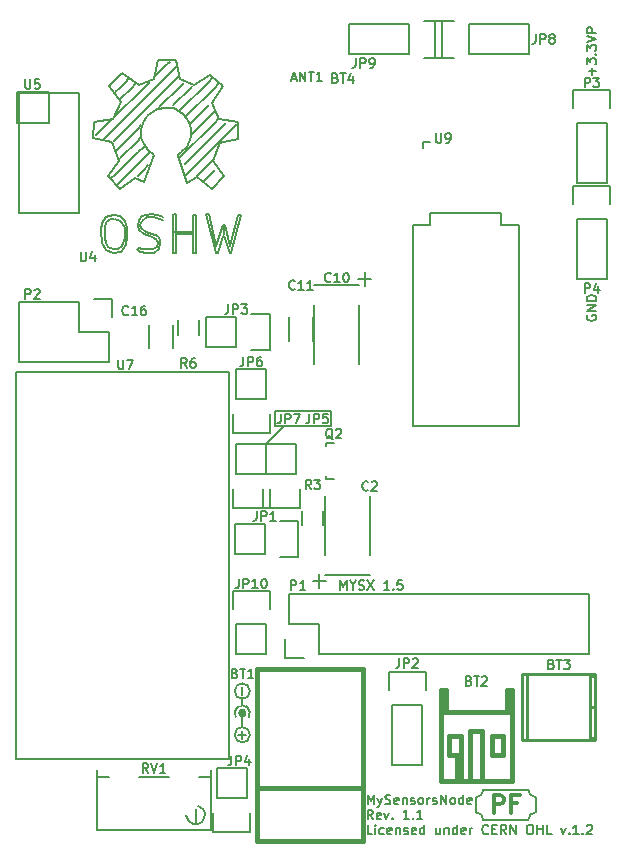
<source format=gbr>
G04 #@! TF.FileFunction,Legend,Top*
%FSLAX46Y46*%
G04 Gerber Fmt 4.6, Leading zero omitted, Abs format (unit mm)*
G04 Created by KiCad (PCBNEW 0.201509101502+6177~30~ubuntu14.04.1-product) date Sat 12 Sep 2015 09:47:26 PM CEST*
%MOMM*%
G01*
G04 APERTURE LIST*
%ADD10C,0.100000*%
%ADD11C,0.150000*%
%ADD12C,0.160000*%
%ADD13C,0.200000*%
%ADD14C,0.300000*%
%ADD15C,0.254000*%
%ADD16C,0.381000*%
G04 APERTURE END LIST*
D10*
D11*
X21590000Y-36195000D02*
X23114000Y-34671000D01*
X27051000Y-33401000D02*
X22352000Y-33401000D01*
X27051000Y-34671000D02*
X27051000Y-33401000D01*
X22352000Y-34671000D02*
X27051000Y-34671000D01*
X22352000Y-33401000D02*
X22352000Y-34671000D01*
D12*
X48749000Y-25247523D02*
X48710905Y-25323714D01*
X48710905Y-25437999D01*
X48749000Y-25552285D01*
X48825190Y-25628476D01*
X48901381Y-25666571D01*
X49053762Y-25704666D01*
X49168048Y-25704666D01*
X49320429Y-25666571D01*
X49396619Y-25628476D01*
X49472810Y-25552285D01*
X49510905Y-25437999D01*
X49510905Y-25361809D01*
X49472810Y-25247523D01*
X49434714Y-25209428D01*
X49168048Y-25209428D01*
X49168048Y-25361809D01*
X49510905Y-24866571D02*
X48710905Y-24866571D01*
X49510905Y-24409428D01*
X48710905Y-24409428D01*
X49510905Y-24028476D02*
X48710905Y-24028476D01*
X48710905Y-23838000D01*
X48749000Y-23723714D01*
X48825190Y-23647523D01*
X48901381Y-23609428D01*
X49053762Y-23571333D01*
X49168048Y-23571333D01*
X49320429Y-23609428D01*
X49396619Y-23647523D01*
X49472810Y-23723714D01*
X49510905Y-23838000D01*
X49510905Y-24028476D01*
X49206143Y-4921000D02*
X49206143Y-4311476D01*
X49510905Y-4616238D02*
X48901381Y-4616238D01*
X48710905Y-4006714D02*
X48710905Y-3511476D01*
X49015667Y-3778143D01*
X49015667Y-3663857D01*
X49053762Y-3587667D01*
X49091857Y-3549571D01*
X49168048Y-3511476D01*
X49358524Y-3511476D01*
X49434714Y-3549571D01*
X49472810Y-3587667D01*
X49510905Y-3663857D01*
X49510905Y-3892429D01*
X49472810Y-3968619D01*
X49434714Y-4006714D01*
X49434714Y-3168619D02*
X49472810Y-3130524D01*
X49510905Y-3168619D01*
X49472810Y-3206714D01*
X49434714Y-3168619D01*
X49510905Y-3168619D01*
X48710905Y-2863857D02*
X48710905Y-2368619D01*
X49015667Y-2635286D01*
X49015667Y-2521000D01*
X49053762Y-2444810D01*
X49091857Y-2406714D01*
X49168048Y-2368619D01*
X49358524Y-2368619D01*
X49434714Y-2406714D01*
X49472810Y-2444810D01*
X49510905Y-2521000D01*
X49510905Y-2749572D01*
X49472810Y-2825762D01*
X49434714Y-2863857D01*
X48710905Y-2140048D02*
X49510905Y-1873381D01*
X48710905Y-1606714D01*
X49510905Y-1340048D02*
X48710905Y-1340048D01*
X48710905Y-1035286D01*
X48749000Y-959095D01*
X48787095Y-921000D01*
X48863286Y-882905D01*
X48977571Y-882905D01*
X49053762Y-921000D01*
X49091857Y-959095D01*
X49129952Y-1035286D01*
X49129952Y-1340048D01*
X30162476Y-66645905D02*
X30162476Y-65845905D01*
X30429143Y-66417333D01*
X30695810Y-65845905D01*
X30695810Y-66645905D01*
X31000572Y-66112571D02*
X31191048Y-66645905D01*
X31381524Y-66112571D02*
X31191048Y-66645905D01*
X31114857Y-66836381D01*
X31076762Y-66874476D01*
X31000572Y-66912571D01*
X31648191Y-66607810D02*
X31762477Y-66645905D01*
X31952953Y-66645905D01*
X32029143Y-66607810D01*
X32067239Y-66569714D01*
X32105334Y-66493524D01*
X32105334Y-66417333D01*
X32067239Y-66341143D01*
X32029143Y-66303048D01*
X31952953Y-66264952D01*
X31800572Y-66226857D01*
X31724381Y-66188762D01*
X31686286Y-66150667D01*
X31648191Y-66074476D01*
X31648191Y-65998286D01*
X31686286Y-65922095D01*
X31724381Y-65884000D01*
X31800572Y-65845905D01*
X31991048Y-65845905D01*
X32105334Y-65884000D01*
X32752953Y-66607810D02*
X32676763Y-66645905D01*
X32524382Y-66645905D01*
X32448191Y-66607810D01*
X32410096Y-66531619D01*
X32410096Y-66226857D01*
X32448191Y-66150667D01*
X32524382Y-66112571D01*
X32676763Y-66112571D01*
X32752953Y-66150667D01*
X32791048Y-66226857D01*
X32791048Y-66303048D01*
X32410096Y-66379238D01*
X33133905Y-66112571D02*
X33133905Y-66645905D01*
X33133905Y-66188762D02*
X33172000Y-66150667D01*
X33248191Y-66112571D01*
X33362477Y-66112571D01*
X33438667Y-66150667D01*
X33476762Y-66226857D01*
X33476762Y-66645905D01*
X33819620Y-66607810D02*
X33895810Y-66645905D01*
X34048191Y-66645905D01*
X34124382Y-66607810D01*
X34162477Y-66531619D01*
X34162477Y-66493524D01*
X34124382Y-66417333D01*
X34048191Y-66379238D01*
X33933906Y-66379238D01*
X33857715Y-66341143D01*
X33819620Y-66264952D01*
X33819620Y-66226857D01*
X33857715Y-66150667D01*
X33933906Y-66112571D01*
X34048191Y-66112571D01*
X34124382Y-66150667D01*
X34619620Y-66645905D02*
X34543429Y-66607810D01*
X34505334Y-66569714D01*
X34467239Y-66493524D01*
X34467239Y-66264952D01*
X34505334Y-66188762D01*
X34543429Y-66150667D01*
X34619620Y-66112571D01*
X34733906Y-66112571D01*
X34810096Y-66150667D01*
X34848191Y-66188762D01*
X34886287Y-66264952D01*
X34886287Y-66493524D01*
X34848191Y-66569714D01*
X34810096Y-66607810D01*
X34733906Y-66645905D01*
X34619620Y-66645905D01*
X35229144Y-66645905D02*
X35229144Y-66112571D01*
X35229144Y-66264952D02*
X35267239Y-66188762D01*
X35305335Y-66150667D01*
X35381525Y-66112571D01*
X35457716Y-66112571D01*
X35686287Y-66607810D02*
X35762477Y-66645905D01*
X35914858Y-66645905D01*
X35991049Y-66607810D01*
X36029144Y-66531619D01*
X36029144Y-66493524D01*
X35991049Y-66417333D01*
X35914858Y-66379238D01*
X35800573Y-66379238D01*
X35724382Y-66341143D01*
X35686287Y-66264952D01*
X35686287Y-66226857D01*
X35724382Y-66150667D01*
X35800573Y-66112571D01*
X35914858Y-66112571D01*
X35991049Y-66150667D01*
X36372001Y-66645905D02*
X36372001Y-65845905D01*
X36829144Y-66645905D01*
X36829144Y-65845905D01*
X37324382Y-66645905D02*
X37248191Y-66607810D01*
X37210096Y-66569714D01*
X37172001Y-66493524D01*
X37172001Y-66264952D01*
X37210096Y-66188762D01*
X37248191Y-66150667D01*
X37324382Y-66112571D01*
X37438668Y-66112571D01*
X37514858Y-66150667D01*
X37552953Y-66188762D01*
X37591049Y-66264952D01*
X37591049Y-66493524D01*
X37552953Y-66569714D01*
X37514858Y-66607810D01*
X37438668Y-66645905D01*
X37324382Y-66645905D01*
X38276763Y-66645905D02*
X38276763Y-65845905D01*
X38276763Y-66607810D02*
X38200573Y-66645905D01*
X38048192Y-66645905D01*
X37972001Y-66607810D01*
X37933906Y-66569714D01*
X37895811Y-66493524D01*
X37895811Y-66264952D01*
X37933906Y-66188762D01*
X37972001Y-66150667D01*
X38048192Y-66112571D01*
X38200573Y-66112571D01*
X38276763Y-66150667D01*
X38962478Y-66607810D02*
X38886288Y-66645905D01*
X38733907Y-66645905D01*
X38657716Y-66607810D01*
X38619621Y-66531619D01*
X38619621Y-66226857D01*
X38657716Y-66150667D01*
X38733907Y-66112571D01*
X38886288Y-66112571D01*
X38962478Y-66150667D01*
X39000573Y-66226857D01*
X39000573Y-66303048D01*
X38619621Y-66379238D01*
X30619619Y-67925905D02*
X30352952Y-67544952D01*
X30162476Y-67925905D02*
X30162476Y-67125905D01*
X30467238Y-67125905D01*
X30543429Y-67164000D01*
X30581524Y-67202095D01*
X30619619Y-67278286D01*
X30619619Y-67392571D01*
X30581524Y-67468762D01*
X30543429Y-67506857D01*
X30467238Y-67544952D01*
X30162476Y-67544952D01*
X31267238Y-67887810D02*
X31191048Y-67925905D01*
X31038667Y-67925905D01*
X30962476Y-67887810D01*
X30924381Y-67811619D01*
X30924381Y-67506857D01*
X30962476Y-67430667D01*
X31038667Y-67392571D01*
X31191048Y-67392571D01*
X31267238Y-67430667D01*
X31305333Y-67506857D01*
X31305333Y-67583048D01*
X30924381Y-67659238D01*
X31572000Y-67392571D02*
X31762476Y-67925905D01*
X31952952Y-67392571D01*
X32257714Y-67849714D02*
X32295809Y-67887810D01*
X32257714Y-67925905D01*
X32219619Y-67887810D01*
X32257714Y-67849714D01*
X32257714Y-67925905D01*
X33667238Y-67925905D02*
X33210095Y-67925905D01*
X33438666Y-67925905D02*
X33438666Y-67125905D01*
X33362476Y-67240190D01*
X33286285Y-67316381D01*
X33210095Y-67354476D01*
X34010095Y-67849714D02*
X34048190Y-67887810D01*
X34010095Y-67925905D01*
X33972000Y-67887810D01*
X34010095Y-67849714D01*
X34010095Y-67925905D01*
X34810095Y-67925905D02*
X34352952Y-67925905D01*
X34581523Y-67925905D02*
X34581523Y-67125905D01*
X34505333Y-67240190D01*
X34429142Y-67316381D01*
X34352952Y-67354476D01*
X30543429Y-69205905D02*
X30162476Y-69205905D01*
X30162476Y-68405905D01*
X30810095Y-69205905D02*
X30810095Y-68672571D01*
X30810095Y-68405905D02*
X30772000Y-68444000D01*
X30810095Y-68482095D01*
X30848190Y-68444000D01*
X30810095Y-68405905D01*
X30810095Y-68482095D01*
X31533904Y-69167810D02*
X31457714Y-69205905D01*
X31305333Y-69205905D01*
X31229142Y-69167810D01*
X31191047Y-69129714D01*
X31152952Y-69053524D01*
X31152952Y-68824952D01*
X31191047Y-68748762D01*
X31229142Y-68710667D01*
X31305333Y-68672571D01*
X31457714Y-68672571D01*
X31533904Y-68710667D01*
X32181523Y-69167810D02*
X32105333Y-69205905D01*
X31952952Y-69205905D01*
X31876761Y-69167810D01*
X31838666Y-69091619D01*
X31838666Y-68786857D01*
X31876761Y-68710667D01*
X31952952Y-68672571D01*
X32105333Y-68672571D01*
X32181523Y-68710667D01*
X32219618Y-68786857D01*
X32219618Y-68863048D01*
X31838666Y-68939238D01*
X32562475Y-68672571D02*
X32562475Y-69205905D01*
X32562475Y-68748762D02*
X32600570Y-68710667D01*
X32676761Y-68672571D01*
X32791047Y-68672571D01*
X32867237Y-68710667D01*
X32905332Y-68786857D01*
X32905332Y-69205905D01*
X33248190Y-69167810D02*
X33324380Y-69205905D01*
X33476761Y-69205905D01*
X33552952Y-69167810D01*
X33591047Y-69091619D01*
X33591047Y-69053524D01*
X33552952Y-68977333D01*
X33476761Y-68939238D01*
X33362476Y-68939238D01*
X33286285Y-68901143D01*
X33248190Y-68824952D01*
X33248190Y-68786857D01*
X33286285Y-68710667D01*
X33362476Y-68672571D01*
X33476761Y-68672571D01*
X33552952Y-68710667D01*
X34238666Y-69167810D02*
X34162476Y-69205905D01*
X34010095Y-69205905D01*
X33933904Y-69167810D01*
X33895809Y-69091619D01*
X33895809Y-68786857D01*
X33933904Y-68710667D01*
X34010095Y-68672571D01*
X34162476Y-68672571D01*
X34238666Y-68710667D01*
X34276761Y-68786857D01*
X34276761Y-68863048D01*
X33895809Y-68939238D01*
X34962475Y-69205905D02*
X34962475Y-68405905D01*
X34962475Y-69167810D02*
X34886285Y-69205905D01*
X34733904Y-69205905D01*
X34657713Y-69167810D01*
X34619618Y-69129714D01*
X34581523Y-69053524D01*
X34581523Y-68824952D01*
X34619618Y-68748762D01*
X34657713Y-68710667D01*
X34733904Y-68672571D01*
X34886285Y-68672571D01*
X34962475Y-68710667D01*
X36295809Y-68672571D02*
X36295809Y-69205905D01*
X35952952Y-68672571D02*
X35952952Y-69091619D01*
X35991047Y-69167810D01*
X36067238Y-69205905D01*
X36181524Y-69205905D01*
X36257714Y-69167810D01*
X36295809Y-69129714D01*
X36676762Y-68672571D02*
X36676762Y-69205905D01*
X36676762Y-68748762D02*
X36714857Y-68710667D01*
X36791048Y-68672571D01*
X36905334Y-68672571D01*
X36981524Y-68710667D01*
X37019619Y-68786857D01*
X37019619Y-69205905D01*
X37743429Y-69205905D02*
X37743429Y-68405905D01*
X37743429Y-69167810D02*
X37667239Y-69205905D01*
X37514858Y-69205905D01*
X37438667Y-69167810D01*
X37400572Y-69129714D01*
X37362477Y-69053524D01*
X37362477Y-68824952D01*
X37400572Y-68748762D01*
X37438667Y-68710667D01*
X37514858Y-68672571D01*
X37667239Y-68672571D01*
X37743429Y-68710667D01*
X38429144Y-69167810D02*
X38352954Y-69205905D01*
X38200573Y-69205905D01*
X38124382Y-69167810D01*
X38086287Y-69091619D01*
X38086287Y-68786857D01*
X38124382Y-68710667D01*
X38200573Y-68672571D01*
X38352954Y-68672571D01*
X38429144Y-68710667D01*
X38467239Y-68786857D01*
X38467239Y-68863048D01*
X38086287Y-68939238D01*
X38810096Y-69205905D02*
X38810096Y-68672571D01*
X38810096Y-68824952D02*
X38848191Y-68748762D01*
X38886287Y-68710667D01*
X38962477Y-68672571D01*
X39038668Y-68672571D01*
X40372001Y-69129714D02*
X40333906Y-69167810D01*
X40219620Y-69205905D01*
X40143430Y-69205905D01*
X40029144Y-69167810D01*
X39952953Y-69091619D01*
X39914858Y-69015429D01*
X39876763Y-68863048D01*
X39876763Y-68748762D01*
X39914858Y-68596381D01*
X39952953Y-68520190D01*
X40029144Y-68444000D01*
X40143430Y-68405905D01*
X40219620Y-68405905D01*
X40333906Y-68444000D01*
X40372001Y-68482095D01*
X40714858Y-68786857D02*
X40981525Y-68786857D01*
X41095811Y-69205905D02*
X40714858Y-69205905D01*
X40714858Y-68405905D01*
X41095811Y-68405905D01*
X41895811Y-69205905D02*
X41629144Y-68824952D01*
X41438668Y-69205905D02*
X41438668Y-68405905D01*
X41743430Y-68405905D01*
X41819621Y-68444000D01*
X41857716Y-68482095D01*
X41895811Y-68558286D01*
X41895811Y-68672571D01*
X41857716Y-68748762D01*
X41819621Y-68786857D01*
X41743430Y-68824952D01*
X41438668Y-68824952D01*
X42238668Y-69205905D02*
X42238668Y-68405905D01*
X42695811Y-69205905D01*
X42695811Y-68405905D01*
X43838668Y-68405905D02*
X43991049Y-68405905D01*
X44067240Y-68444000D01*
X44143430Y-68520190D01*
X44181525Y-68672571D01*
X44181525Y-68939238D01*
X44143430Y-69091619D01*
X44067240Y-69167810D01*
X43991049Y-69205905D01*
X43838668Y-69205905D01*
X43762478Y-69167810D01*
X43686287Y-69091619D01*
X43648192Y-68939238D01*
X43648192Y-68672571D01*
X43686287Y-68520190D01*
X43762478Y-68444000D01*
X43838668Y-68405905D01*
X44524382Y-69205905D02*
X44524382Y-68405905D01*
X44524382Y-68786857D02*
X44981525Y-68786857D01*
X44981525Y-69205905D02*
X44981525Y-68405905D01*
X45743430Y-69205905D02*
X45362477Y-69205905D01*
X45362477Y-68405905D01*
X46543430Y-68672571D02*
X46733906Y-69205905D01*
X46924382Y-68672571D01*
X47229144Y-69129714D02*
X47267239Y-69167810D01*
X47229144Y-69205905D01*
X47191049Y-69167810D01*
X47229144Y-69129714D01*
X47229144Y-69205905D01*
X48029144Y-69205905D02*
X47572001Y-69205905D01*
X47800572Y-69205905D02*
X47800572Y-68405905D01*
X47724382Y-68520190D01*
X47648191Y-68596381D01*
X47572001Y-68634476D01*
X48372001Y-69129714D02*
X48410096Y-69167810D01*
X48372001Y-69205905D01*
X48333906Y-69167810D01*
X48372001Y-69129714D01*
X48372001Y-69205905D01*
X48714858Y-68482095D02*
X48752953Y-68444000D01*
X48829144Y-68405905D01*
X49019620Y-68405905D01*
X49095810Y-68444000D01*
X49133906Y-68482095D01*
X49172001Y-68558286D01*
X49172001Y-68634476D01*
X49133906Y-68748762D01*
X48676763Y-69205905D01*
X49172001Y-69205905D01*
D13*
X39327469Y-66062957D02*
X39327469Y-67332957D01*
X43772469Y-67967957D02*
X39962469Y-67967957D01*
X44407469Y-66062957D02*
X44407469Y-67332957D01*
X39962469Y-67967957D02*
G75*
G03X39327469Y-67332957I-635000J0D01*
G01*
X39327469Y-66062957D02*
G75*
G03X39962469Y-65427957I0J635000D01*
G01*
X44407469Y-67332957D02*
G75*
G03X43772469Y-67967957I0J-635000D01*
G01*
X43772469Y-65427957D02*
G75*
G03X44407469Y-66062957I635000J0D01*
G01*
X39962469Y-65427957D02*
X43772469Y-65427957D01*
D14*
X40831755Y-67376528D02*
X40831755Y-65876528D01*
X41403183Y-65876528D01*
X41546041Y-65947957D01*
X41617469Y-66019386D01*
X41688898Y-66162243D01*
X41688898Y-66376528D01*
X41617469Y-66519386D01*
X41546041Y-66590814D01*
X41403183Y-66662243D01*
X40831755Y-66662243D01*
X42831755Y-66590814D02*
X42331755Y-66590814D01*
X42331755Y-67376528D02*
X42331755Y-65876528D01*
X43046041Y-65876528D01*
D15*
X48955960Y-55620920D02*
X48955960Y-61219080D01*
X49453800Y-61020960D02*
X48955960Y-61020960D01*
X48955960Y-55819040D02*
X49453800Y-55819040D01*
X49453800Y-58420000D02*
X48955960Y-58420000D01*
X43654980Y-61219080D02*
X43654980Y-55620920D01*
X49453800Y-61219080D02*
X49453800Y-55620920D01*
X49453800Y-55620920D02*
X43256200Y-55620920D01*
X43256200Y-55620920D02*
X43256200Y-61219080D01*
X43256200Y-61219080D02*
X49453800Y-61219080D01*
D16*
X20772120Y-65283080D02*
X29773880Y-65283080D01*
X20772120Y-69783960D02*
X29773880Y-69783960D01*
X29773880Y-69783960D02*
X29773880Y-55184040D01*
X29773880Y-55184040D02*
X20772120Y-55184040D01*
X20772120Y-55184040D02*
X20772120Y-69783960D01*
D11*
X13708380Y-4475480D02*
X7807960Y-10375900D01*
X8107680Y-9075420D02*
X8608060Y-8575040D01*
X12707620Y-7475220D02*
X12407900Y-7774940D01*
X10708640Y-10474960D02*
X10906760Y-10274300D01*
X9707880Y-5476240D02*
X9908540Y-5275580D01*
X9207500Y-5974080D02*
X8808720Y-6375400D01*
X10208260Y-5974080D02*
X10507980Y-5674360D01*
X11209020Y-5974080D02*
X11706860Y-5476240D01*
X13208000Y-3975100D02*
X13408660Y-3774440D01*
X13708380Y-4475480D02*
X14008100Y-4175760D01*
X13708380Y-5476240D02*
X14208760Y-4975860D01*
X15206980Y-5974080D02*
X15308580Y-5875020D01*
X14208760Y-5974080D02*
X14607540Y-5575300D01*
X16708120Y-5476240D02*
X17007840Y-5173980D01*
X17208500Y-5974080D02*
X17508220Y-5674360D01*
X9207500Y-10975340D02*
X8907780Y-11275060D01*
X10708640Y-9474200D02*
X11008360Y-9174480D01*
X8608060Y-13474700D02*
X8407400Y-13675360D01*
X10708640Y-11475720D02*
X11209020Y-10975340D01*
X9207500Y-13975080D02*
X9006840Y-14175740D01*
X11209020Y-11976100D02*
X11706860Y-11475720D01*
X11209020Y-12974320D02*
X11607800Y-12575540D01*
X16708120Y-8475980D02*
X17208500Y-7975600D01*
X17208500Y-8973820D02*
X17508220Y-8674100D01*
X16708120Y-12473940D02*
X17106900Y-12075160D01*
X18707100Y-9474200D02*
X19108420Y-9075420D01*
X17208500Y-12974320D02*
X16207740Y-13975080D01*
X16708120Y-12473940D02*
X15707360Y-13474700D01*
X18707100Y-9474200D02*
X14709140Y-13474700D01*
X18209260Y-8973820D02*
X14709140Y-12473940D01*
X17208500Y-8973820D02*
X14208760Y-11976100D01*
X11209020Y-12974320D02*
X10708640Y-13474700D01*
X11209020Y-11976100D02*
X9207500Y-13975080D01*
X10708640Y-11475720D02*
X8707120Y-13474700D01*
X10708640Y-10474960D02*
X9207500Y-11976100D01*
X10708640Y-9474200D02*
X9207500Y-10975340D01*
X13208000Y-3975100D02*
X12207240Y-4975860D01*
X9707880Y-5476240D02*
X9207500Y-5974080D01*
X10208260Y-5974080D02*
X9207500Y-6974840D01*
X8206740Y-8973820D02*
X7208520Y-9974580D01*
X11209020Y-5974080D02*
X8707120Y-8475980D01*
X13708380Y-5476240D02*
X8707120Y-10474960D01*
X16708120Y-8475980D02*
X15206980Y-9974580D01*
X16708120Y-7475220D02*
X15206980Y-8973820D01*
X14208760Y-5974080D02*
X12707620Y-7475220D01*
X17208500Y-5974080D02*
X14709140Y-8475980D01*
X16708120Y-5476240D02*
X14208760Y-7975600D01*
X15206980Y-5974080D02*
X13708380Y-7475220D01*
X18008600Y-17774920D02*
X18008600Y-18374360D01*
X16507460Y-16675100D02*
X17307560Y-19974560D01*
X17307560Y-19974560D02*
X17508220Y-19974560D01*
X17508220Y-19974560D02*
X17907000Y-18575020D01*
X17907000Y-18575020D02*
X18008600Y-18575020D01*
X18008600Y-18575020D02*
X18508980Y-19974560D01*
X18508980Y-19974560D02*
X18608040Y-19974560D01*
X18608040Y-19974560D02*
X19408140Y-16774160D01*
X19408140Y-16774160D02*
X19207480Y-16774160D01*
X19207480Y-16774160D02*
X18508980Y-19375120D01*
X18508980Y-19375120D02*
X18107660Y-17574260D01*
X18107660Y-17574260D02*
X17907000Y-17574260D01*
X17907000Y-17574260D02*
X17307560Y-19375120D01*
X17307560Y-19375120D02*
X16708120Y-16675100D01*
X16708120Y-16675100D02*
X16507460Y-16675100D01*
X13807440Y-18176240D02*
X15308580Y-18176240D01*
X15308580Y-18176240D02*
X15308580Y-18374360D01*
X15308580Y-18374360D02*
X13909040Y-18374360D01*
X15407640Y-16774160D02*
X15407640Y-19974560D01*
X15407640Y-19974560D02*
X15608300Y-19974560D01*
X15608300Y-19974560D02*
X15608300Y-16774160D01*
X15608300Y-16774160D02*
X15407640Y-16774160D01*
X13909040Y-16675100D02*
X13807440Y-16675100D01*
X13708380Y-16675100D02*
X13708380Y-19974560D01*
X13708380Y-19974560D02*
X13909040Y-19974560D01*
X13909040Y-19974560D02*
X13909040Y-16675100D01*
X12809220Y-16974820D02*
X12707620Y-16875760D01*
X12707620Y-16875760D02*
X12308840Y-16774160D01*
X12308840Y-16774160D02*
X11808460Y-16675100D01*
X11808460Y-16675100D02*
X11107420Y-16875760D01*
X11107420Y-16875760D02*
X10807700Y-17175480D01*
X10807700Y-17175480D02*
X10708640Y-17675860D01*
X10708640Y-17675860D02*
X10807700Y-18074640D01*
X10807700Y-18074640D02*
X11209020Y-18374360D01*
X11209020Y-18374360D02*
X11706860Y-18575020D01*
X11706860Y-18575020D02*
X12108180Y-18674080D01*
X12108180Y-18674080D02*
X12308840Y-18874740D01*
X12308840Y-18874740D02*
X12407900Y-19174460D01*
X12407900Y-19174460D02*
X12308840Y-19474180D01*
X12308840Y-19474180D02*
X12009120Y-19674840D01*
X12009120Y-19674840D02*
X11607800Y-19674840D01*
X11607800Y-19674840D02*
X11107420Y-19674840D01*
X11107420Y-19674840D02*
X10807700Y-19575780D01*
X10807700Y-19575780D02*
X10607040Y-19674840D01*
X10607040Y-19674840D02*
X10906760Y-19875500D01*
X10906760Y-19875500D02*
X11508740Y-19974560D01*
X11508740Y-19974560D02*
X12108180Y-19974560D01*
X12108180Y-19974560D02*
X12506960Y-19674840D01*
X12506960Y-19674840D02*
X12608560Y-19174460D01*
X12608560Y-19174460D02*
X12608560Y-18874740D01*
X12608560Y-18874740D02*
X12407900Y-18575020D01*
X12407900Y-18575020D02*
X11907520Y-18374360D01*
X11907520Y-18374360D02*
X11407140Y-18176240D01*
X11407140Y-18176240D02*
X11008360Y-17873980D01*
X11008360Y-17873980D02*
X10906760Y-17574260D01*
X10906760Y-17574260D02*
X11107420Y-17274540D01*
X11107420Y-17274540D02*
X11508740Y-16974820D01*
X11508740Y-16974820D02*
X12108180Y-16974820D01*
X12108180Y-16974820D02*
X12506960Y-17073880D01*
X12506960Y-17073880D02*
X12809220Y-17175480D01*
X8707120Y-17073880D02*
X8407400Y-17073880D01*
X8407400Y-17073880D02*
X8008620Y-17376140D01*
X8008620Y-17376140D02*
X7907020Y-17873980D01*
X7907020Y-17873980D02*
X7907020Y-18674080D01*
X7907020Y-18674080D02*
X8008620Y-19174460D01*
X8008620Y-19174460D02*
X8206740Y-19474180D01*
X8206740Y-19474180D02*
X8608060Y-19674840D01*
X8608060Y-19674840D02*
X9006840Y-19674840D01*
X9006840Y-19674840D02*
X9408160Y-19375120D01*
X9408160Y-19375120D02*
X9608820Y-18674080D01*
X9608820Y-18674080D02*
X9608820Y-17873980D01*
X9608820Y-17873980D02*
X9408160Y-17475200D01*
X9408160Y-17475200D02*
X9207500Y-17274540D01*
X9207500Y-17274540D02*
X8808720Y-17073880D01*
X8707120Y-16774160D02*
X8308340Y-16875760D01*
X8308340Y-16875760D02*
X8008620Y-16974820D01*
X8008620Y-16974820D02*
X7708900Y-17475200D01*
X7708900Y-17475200D02*
X7607300Y-18074640D01*
X7607300Y-18074640D02*
X7708900Y-19174460D01*
X7708900Y-19174460D02*
X8008620Y-19773900D01*
X8008620Y-19773900D02*
X8608060Y-19974560D01*
X8608060Y-19974560D02*
X9309100Y-19875500D01*
X9309100Y-19875500D02*
X9707880Y-19276060D01*
X9707880Y-19276060D02*
X9806940Y-18575020D01*
X9806940Y-18575020D02*
X9806940Y-17873980D01*
X9806940Y-17873980D02*
X9608820Y-17274540D01*
X9608820Y-17274540D02*
X9207500Y-16875760D01*
X9207500Y-16875760D02*
X8707120Y-16774160D01*
X12108180Y-11676380D02*
X11607800Y-11275060D01*
X11607800Y-11275060D02*
X11209020Y-10774680D01*
X11209020Y-10774680D02*
X11008360Y-10274300D01*
X11008360Y-10274300D02*
X11008360Y-9575800D01*
X11008360Y-9575800D02*
X11109960Y-8976360D01*
X11109960Y-8976360D02*
X11508740Y-8374380D01*
X11508740Y-8374380D02*
X12308840Y-7774940D01*
X12308840Y-7774940D02*
X13108940Y-7675880D01*
X13108940Y-7675880D02*
X13809980Y-7675880D01*
X13809980Y-7675880D02*
X14508480Y-8176260D01*
X14508480Y-8176260D02*
X15008860Y-8874760D01*
X15008860Y-8874760D02*
X15209520Y-9474200D01*
X15209520Y-9474200D02*
X15209520Y-10175240D01*
X15209520Y-10175240D02*
X14909800Y-10975340D01*
X14909800Y-10975340D02*
X14409420Y-11475720D01*
X14409420Y-11475720D02*
X14109700Y-11676380D01*
X14109700Y-11775440D02*
X14859000Y-14025880D01*
X14859000Y-14025880D02*
X15709900Y-13576300D01*
X15709900Y-13576300D02*
X17007840Y-14574520D01*
X17007840Y-14574520D02*
X18008600Y-13474700D01*
X18008600Y-13474700D02*
X17109440Y-12174220D01*
X17109440Y-12174220D02*
X17609820Y-10876280D01*
X17609820Y-10876280D02*
X17609820Y-10675620D01*
X17609820Y-10675620D02*
X19210020Y-10375900D01*
X19210020Y-10375900D02*
X19210020Y-8874760D01*
X19210020Y-8874760D02*
X17609820Y-8676640D01*
X17609820Y-8676640D02*
X17007840Y-7274560D01*
X17007840Y-7274560D02*
X17909540Y-5875020D01*
X17909540Y-5875020D02*
X16809720Y-4874260D01*
X16809720Y-4874260D02*
X15509240Y-5775960D01*
X15509240Y-5775960D02*
X14307820Y-5275580D01*
X14307820Y-5275580D02*
X13909040Y-3675380D01*
X13909040Y-3675380D02*
X12407900Y-3675380D01*
X12407900Y-3675380D02*
X12108180Y-5275580D01*
X12108180Y-5275580D02*
X10807700Y-5775960D01*
X10807700Y-5775960D02*
X9408160Y-4775200D01*
X9408160Y-4775200D02*
X8308340Y-5875020D01*
X8308340Y-5875020D02*
X9309100Y-7175500D01*
X9309100Y-7175500D02*
X8608060Y-8676640D01*
X8608060Y-8676640D02*
X7007860Y-8874760D01*
X7007860Y-8874760D02*
X6908800Y-10274300D01*
X6908800Y-10274300D02*
X8509000Y-10576560D01*
X8509000Y-10576560D02*
X9108440Y-12174220D01*
X9108440Y-12174220D02*
X8209280Y-13474700D01*
X8209280Y-13474700D02*
X9210040Y-14574520D01*
X9210040Y-14574520D02*
X10507980Y-13675360D01*
X10507980Y-13675360D02*
X11209020Y-13975080D01*
X11209020Y-13975080D02*
X12108180Y-11676380D01*
X381000Y-62865000D02*
X18415000Y-62865000D01*
X18415000Y-30099000D02*
X381000Y-30099000D01*
X381000Y-62865000D02*
X381000Y-30099000D01*
X18415000Y-30099000D02*
X18415000Y-62865000D01*
X26035000Y-53975000D02*
X48895000Y-53975000D01*
X48895000Y-53975000D02*
X48895000Y-48895000D01*
X48895000Y-48895000D02*
X23495000Y-48895000D01*
X23495000Y-48895000D02*
X23495000Y-51435000D01*
X23215000Y-52705000D02*
X23215000Y-54255000D01*
X23495000Y-51435000D02*
X26035000Y-51435000D01*
X26035000Y-51435000D02*
X26035000Y-53975000D01*
X23215000Y-54255000D02*
X24765000Y-54255000D01*
X33655000Y-635000D02*
X28575000Y-635000D01*
X28575000Y-635000D02*
X28575000Y-3175000D01*
X28575000Y-3175000D02*
X33655000Y-3175000D01*
X36475000Y-3455000D02*
X34925000Y-3455000D01*
X33655000Y-3175000D02*
X33655000Y-635000D01*
X34925000Y-355000D02*
X36475000Y-355000D01*
X36475000Y-355000D02*
X36475000Y-3455000D01*
X15875000Y-64389000D02*
X16891000Y-64389000D01*
X10795000Y-64389000D02*
X13335000Y-64389000D01*
X7239000Y-64389000D02*
X8255000Y-64389000D01*
X15621000Y-68326000D02*
X15621000Y-67056000D01*
X14833600Y-67576700D02*
X14871700Y-67830700D01*
X14871700Y-67830700D02*
X15049500Y-68110100D01*
X15049500Y-68110100D02*
X15367000Y-68326000D01*
X15367000Y-68326000D02*
X15811500Y-68338700D01*
X15811500Y-68338700D02*
X16167100Y-68135500D01*
X16167100Y-68135500D02*
X16344900Y-67843400D01*
X16344900Y-67843400D02*
X16395700Y-67525900D01*
X16395700Y-67525900D02*
X16294100Y-67119500D01*
X16294100Y-67119500D02*
X15951200Y-66865500D01*
X15951200Y-66865500D02*
X15773400Y-66776600D01*
X16891000Y-67564000D02*
X16891000Y-68834000D01*
X16891000Y-68834000D02*
X7239000Y-68834000D01*
X7239000Y-68834000D02*
X7239000Y-63754000D01*
X16891000Y-63754000D02*
X16891000Y-66294000D01*
X16891000Y-66294000D02*
X16891000Y-67564000D01*
X27355800Y-39091820D02*
X26654760Y-39091820D01*
X26654760Y-39091820D02*
X26654760Y-38842900D01*
X26654760Y-36292840D02*
X26654760Y-36092180D01*
X26654760Y-36092180D02*
X27355800Y-36092180D01*
X5715000Y-24130000D02*
X635000Y-24130000D01*
X8535000Y-23850000D02*
X8535000Y-25400000D01*
X8255000Y-26670000D02*
X5715000Y-26670000D01*
X5715000Y-26670000D02*
X5715000Y-24130000D01*
X635000Y-24130000D02*
X635000Y-29210000D01*
X635000Y-29210000D02*
X5715000Y-29210000D01*
X8535000Y-23850000D02*
X6985000Y-23850000D01*
X8255000Y-29210000D02*
X8255000Y-26670000D01*
X5715000Y-29210000D02*
X8255000Y-29210000D01*
X21590000Y-51435000D02*
X21590000Y-53975000D01*
X21870000Y-48615000D02*
X21870000Y-50165000D01*
X21590000Y-51435000D02*
X19050000Y-51435000D01*
X18770000Y-50165000D02*
X18770000Y-48615000D01*
X18770000Y-48615000D02*
X21870000Y-48615000D01*
X19050000Y-51435000D02*
X19050000Y-53975000D01*
X19050000Y-53975000D02*
X21590000Y-53975000D01*
X38735000Y-3175000D02*
X43815000Y-3175000D01*
X43815000Y-3175000D02*
X43815000Y-635000D01*
X43815000Y-635000D02*
X38735000Y-635000D01*
X35915000Y-355000D02*
X37465000Y-355000D01*
X38735000Y-635000D02*
X38735000Y-3175000D01*
X37465000Y-3455000D02*
X35915000Y-3455000D01*
X35915000Y-3455000D02*
X35915000Y-355000D01*
X19050000Y-38735000D02*
X19050000Y-36195000D01*
X18770000Y-41555000D02*
X18770000Y-40005000D01*
X19050000Y-38735000D02*
X21590000Y-38735000D01*
X21870000Y-40005000D02*
X21870000Y-41555000D01*
X21870000Y-41555000D02*
X18770000Y-41555000D01*
X21590000Y-38735000D02*
X21590000Y-36195000D01*
X21590000Y-36195000D02*
X19050000Y-36195000D01*
X19050000Y-32385000D02*
X19050000Y-29845000D01*
X18770000Y-35205000D02*
X18770000Y-33655000D01*
X19050000Y-32385000D02*
X21590000Y-32385000D01*
X21870000Y-33655000D02*
X21870000Y-35205000D01*
X21870000Y-35205000D02*
X18770000Y-35205000D01*
X21590000Y-32385000D02*
X21590000Y-29845000D01*
X21590000Y-29845000D02*
X19050000Y-29845000D01*
X21590000Y-38735000D02*
X21590000Y-36195000D01*
X21310000Y-41555000D02*
X21310000Y-40005000D01*
X21590000Y-38735000D02*
X24130000Y-38735000D01*
X24410000Y-40005000D02*
X24410000Y-41555000D01*
X24410000Y-41555000D02*
X21310000Y-41555000D01*
X24130000Y-38735000D02*
X24130000Y-36195000D01*
X24130000Y-36195000D02*
X21590000Y-36195000D01*
X17399000Y-66167000D02*
X17399000Y-63627000D01*
X17119000Y-68987000D02*
X17119000Y-67437000D01*
X17399000Y-66167000D02*
X19939000Y-66167000D01*
X20219000Y-67437000D02*
X20219000Y-68987000D01*
X20219000Y-68987000D02*
X17119000Y-68987000D01*
X19939000Y-66167000D02*
X19939000Y-63627000D01*
X19939000Y-63627000D02*
X17399000Y-63627000D01*
X19050000Y-27940000D02*
X16510000Y-27940000D01*
X21870000Y-28220000D02*
X20320000Y-28220000D01*
X19050000Y-27940000D02*
X19050000Y-25400000D01*
X20320000Y-25120000D02*
X21870000Y-25120000D01*
X21870000Y-25120000D02*
X21870000Y-28220000D01*
X19050000Y-25400000D02*
X16510000Y-25400000D01*
X16510000Y-25400000D02*
X16510000Y-27940000D01*
X32258000Y-58293000D02*
X32258000Y-63373000D01*
X32258000Y-63373000D02*
X34798000Y-63373000D01*
X34798000Y-63373000D02*
X34798000Y-58293000D01*
X35078000Y-55473000D02*
X35078000Y-57023000D01*
X34798000Y-58293000D02*
X32258000Y-58293000D01*
X31978000Y-57023000D02*
X31978000Y-55473000D01*
X31978000Y-55473000D02*
X35078000Y-55473000D01*
X21463000Y-45466000D02*
X18923000Y-45466000D01*
X24283000Y-45746000D02*
X22733000Y-45746000D01*
X21463000Y-45466000D02*
X21463000Y-42926000D01*
X22733000Y-42646000D02*
X24283000Y-42646000D01*
X24283000Y-42646000D02*
X24283000Y-45746000D01*
X21463000Y-42926000D02*
X18923000Y-42926000D01*
X18923000Y-42926000D02*
X18923000Y-45466000D01*
X11675000Y-26051000D02*
X11675000Y-28051000D01*
X13725000Y-28051000D02*
X13725000Y-26051000D01*
X23486000Y-25416000D02*
X23486000Y-27416000D01*
X25536000Y-27416000D02*
X25536000Y-25416000D01*
X26548080Y-47254160D02*
X30347920Y-47254160D01*
X26548080Y-40553640D02*
X26548080Y-45552360D01*
X30347920Y-40556180D02*
X30347920Y-45554900D01*
X25544780Y-47757080D02*
X26644600Y-47757080D01*
X26045160Y-48356520D02*
X26045160Y-47157640D01*
X19208000Y-60778000D02*
X19908000Y-60778000D01*
X19558000Y-60428000D02*
X19558000Y-61128000D01*
X19558000Y-56728000D02*
X19558000Y-57428000D01*
X19208000Y-58378000D02*
G75*
G03X19008000Y-59278000I350000J-550000D01*
G01*
X20108000Y-59278000D02*
G75*
G03X19908000Y-58378000I-550000J350000D01*
G01*
D14*
X19758000Y-58928000D02*
G75*
G03X19758000Y-58928000I-200000J0D01*
G01*
X19658000Y-58928000D02*
G75*
G03X19658000Y-58928000I-100000J0D01*
G01*
D11*
X19558000Y-60128000D02*
X19558000Y-59228000D01*
X20208000Y-60778000D02*
G75*
G03X20208000Y-60778000I-650000J0D01*
G01*
X20208000Y-57078000D02*
G75*
G03X20208000Y-57078000I-650000J0D01*
G01*
X19558000Y-58278000D02*
X19558000Y-57728000D01*
X19558000Y-58278000D02*
G75*
G03X18908000Y-58928000I0J-650000D01*
G01*
X20208000Y-58928000D02*
G75*
G03X19558000Y-58278000I-650000J0D01*
G01*
X24652000Y-43018000D02*
X24652000Y-41818000D01*
X26402000Y-41818000D02*
X26402000Y-43018000D01*
X14111000Y-26889000D02*
X14111000Y-25689000D01*
X15861000Y-25689000D02*
X15861000Y-26889000D01*
X29458920Y-22722840D02*
X25659080Y-22722840D01*
X29458920Y-29423360D02*
X29458920Y-24424640D01*
X25659080Y-29420820D02*
X25659080Y-24422100D01*
X30462220Y-22219920D02*
X29362400Y-22219920D01*
X29961840Y-21620480D02*
X29961840Y-22819360D01*
X47879000Y-17145000D02*
X47879000Y-22225000D01*
X47879000Y-22225000D02*
X50419000Y-22225000D01*
X50419000Y-22225000D02*
X50419000Y-17145000D01*
X50699000Y-14325000D02*
X50699000Y-15875000D01*
X50419000Y-17145000D02*
X47879000Y-17145000D01*
X47599000Y-15875000D02*
X47599000Y-14325000D01*
X47599000Y-14325000D02*
X50699000Y-14325000D01*
X47879000Y-9017000D02*
X47879000Y-14097000D01*
X47879000Y-14097000D02*
X50419000Y-14097000D01*
X50419000Y-14097000D02*
X50419000Y-9017000D01*
X50699000Y-6197000D02*
X50699000Y-7747000D01*
X50419000Y-9017000D02*
X47879000Y-9017000D01*
X47599000Y-7747000D02*
X47599000Y-6197000D01*
X47599000Y-6197000D02*
X50699000Y-6197000D01*
D16*
X38069520Y-62519560D02*
X38069520Y-64719200D01*
X38069520Y-64719200D02*
X37769800Y-64719200D01*
X37769800Y-64719200D02*
X37769800Y-62519560D01*
X39870380Y-60418980D02*
X39870380Y-64719200D01*
X38869620Y-60418980D02*
X38869620Y-64719200D01*
X39870380Y-60418980D02*
X38869620Y-60418980D01*
X40667940Y-62519560D02*
X40667940Y-60919360D01*
X41668700Y-62519560D02*
X40667940Y-62519560D01*
X41668700Y-60919360D02*
X41668700Y-62519560D01*
X40667940Y-60919360D02*
X41668700Y-60919360D01*
X37068760Y-60919360D02*
X38069520Y-60919360D01*
X38069520Y-60919360D02*
X38069520Y-62519560D01*
X38069520Y-62519560D02*
X37068760Y-62519560D01*
X37068760Y-62519560D02*
X37068760Y-60919360D01*
X42369740Y-58818780D02*
X36370260Y-58818780D01*
X42169080Y-57020460D02*
X42169080Y-58818780D01*
X36570920Y-57020460D02*
X36570920Y-58818780D01*
X36370260Y-64719200D02*
X42369740Y-64719200D01*
X42369740Y-64719200D02*
X42369740Y-57020460D01*
X42369740Y-57020460D02*
X41970960Y-57020460D01*
X41970960Y-57020460D02*
X41970960Y-58818780D01*
X36769040Y-58818780D02*
X36769040Y-57020460D01*
X36769040Y-57020460D02*
X36370260Y-57020460D01*
X36370260Y-57020460D02*
X36370260Y-64719200D01*
D11*
X508000Y-9017000D02*
X508000Y-6350000D01*
X508000Y-6350000D02*
X3175000Y-6350000D01*
X635000Y-14097000D02*
X635000Y-16637000D01*
X635000Y-16637000D02*
X3175000Y-16637000D01*
X635000Y-9017000D02*
X3175000Y-9017000D01*
X3175000Y-9017000D02*
X3175000Y-6477000D01*
X635000Y-14097000D02*
X635000Y-6477000D01*
X635000Y-6477000D02*
X5715000Y-6477000D01*
X5715000Y-6477000D02*
X5715000Y-16637000D01*
X5715000Y-16637000D02*
X3175000Y-16637000D01*
X35466020Y-10622280D02*
X34856420Y-10622280D01*
X34856420Y-10622280D02*
X34846260Y-11054080D01*
X33981000Y-34630000D02*
X42981000Y-34630000D01*
X42981000Y-34630000D02*
X42981000Y-17630000D01*
X42981000Y-17630000D02*
X41481000Y-17630000D01*
X41481000Y-17630000D02*
X41481000Y-16630000D01*
X41481000Y-16630000D02*
X35481000Y-16630000D01*
X35481000Y-16630000D02*
X35481000Y-17630000D01*
X35481000Y-17630000D02*
X33981000Y-17630000D01*
X33981000Y-17630000D02*
X33981000Y-34630000D01*
D12*
X45726429Y-54806857D02*
X45840715Y-54844952D01*
X45878810Y-54883048D01*
X45916905Y-54959238D01*
X45916905Y-55073524D01*
X45878810Y-55149714D01*
X45840715Y-55187810D01*
X45764524Y-55225905D01*
X45459762Y-55225905D01*
X45459762Y-54425905D01*
X45726429Y-54425905D01*
X45802619Y-54464000D01*
X45840715Y-54502095D01*
X45878810Y-54578286D01*
X45878810Y-54654476D01*
X45840715Y-54730667D01*
X45802619Y-54768762D01*
X45726429Y-54806857D01*
X45459762Y-54806857D01*
X46145476Y-54425905D02*
X46602619Y-54425905D01*
X46374048Y-55225905D02*
X46374048Y-54425905D01*
X46793096Y-54425905D02*
X47288334Y-54425905D01*
X47021667Y-54730667D01*
X47135953Y-54730667D01*
X47212143Y-54768762D01*
X47250239Y-54806857D01*
X47288334Y-54883048D01*
X47288334Y-55073524D01*
X47250239Y-55149714D01*
X47212143Y-55187810D01*
X47135953Y-55225905D01*
X46907381Y-55225905D01*
X46831191Y-55187810D01*
X46793096Y-55149714D01*
X18929429Y-55568857D02*
X19043715Y-55606952D01*
X19081810Y-55645048D01*
X19119905Y-55721238D01*
X19119905Y-55835524D01*
X19081810Y-55911714D01*
X19043715Y-55949810D01*
X18967524Y-55987905D01*
X18662762Y-55987905D01*
X18662762Y-55187905D01*
X18929429Y-55187905D01*
X19005619Y-55226000D01*
X19043715Y-55264095D01*
X19081810Y-55340286D01*
X19081810Y-55416476D01*
X19043715Y-55492667D01*
X19005619Y-55530762D01*
X18929429Y-55568857D01*
X18662762Y-55568857D01*
X19348476Y-55187905D02*
X19805619Y-55187905D01*
X19577048Y-55987905D02*
X19577048Y-55187905D01*
X20491334Y-55987905D02*
X20034191Y-55987905D01*
X20262762Y-55987905D02*
X20262762Y-55187905D01*
X20186572Y-55302190D01*
X20110381Y-55378381D01*
X20034191Y-55416476D01*
X9042476Y-29025905D02*
X9042476Y-29673524D01*
X9080571Y-29749714D01*
X9118667Y-29787810D01*
X9194857Y-29825905D01*
X9347238Y-29825905D01*
X9423429Y-29787810D01*
X9461524Y-29749714D01*
X9499619Y-29673524D01*
X9499619Y-29025905D01*
X9804381Y-29025905D02*
X10337714Y-29025905D01*
X9994857Y-29825905D01*
X23666524Y-48494905D02*
X23666524Y-47694905D01*
X23971286Y-47694905D01*
X24047477Y-47733000D01*
X24085572Y-47771095D01*
X24123667Y-47847286D01*
X24123667Y-47961571D01*
X24085572Y-48037762D01*
X24047477Y-48075857D01*
X23971286Y-48113952D01*
X23666524Y-48113952D01*
X24885572Y-48494905D02*
X24428429Y-48494905D01*
X24657000Y-48494905D02*
X24657000Y-47694905D01*
X24580810Y-47809190D01*
X24504619Y-47885381D01*
X24428429Y-47923476D01*
X27851428Y-48494905D02*
X27851428Y-47694905D01*
X28118095Y-48266333D01*
X28384762Y-47694905D01*
X28384762Y-48494905D01*
X28918095Y-48113952D02*
X28918095Y-48494905D01*
X28651428Y-47694905D02*
X28918095Y-48113952D01*
X29184762Y-47694905D01*
X29413333Y-48456810D02*
X29527619Y-48494905D01*
X29718095Y-48494905D01*
X29794285Y-48456810D01*
X29832381Y-48418714D01*
X29870476Y-48342524D01*
X29870476Y-48266333D01*
X29832381Y-48190143D01*
X29794285Y-48152048D01*
X29718095Y-48113952D01*
X29565714Y-48075857D01*
X29489523Y-48037762D01*
X29451428Y-47999667D01*
X29413333Y-47923476D01*
X29413333Y-47847286D01*
X29451428Y-47771095D01*
X29489523Y-47733000D01*
X29565714Y-47694905D01*
X29756190Y-47694905D01*
X29870476Y-47733000D01*
X30137143Y-47694905D02*
X30670476Y-48494905D01*
X30670476Y-47694905D02*
X30137143Y-48494905D01*
X32003810Y-48494905D02*
X31546667Y-48494905D01*
X31775238Y-48494905D02*
X31775238Y-47694905D01*
X31699048Y-47809190D01*
X31622857Y-47885381D01*
X31546667Y-47923476D01*
X32346667Y-48418714D02*
X32384762Y-48456810D01*
X32346667Y-48494905D01*
X32308572Y-48456810D01*
X32346667Y-48418714D01*
X32346667Y-48494905D01*
X33108572Y-47694905D02*
X32727619Y-47694905D01*
X32689524Y-48075857D01*
X32727619Y-48037762D01*
X32803810Y-47999667D01*
X32994286Y-47999667D01*
X33070476Y-48037762D01*
X33108572Y-48075857D01*
X33146667Y-48152048D01*
X33146667Y-48342524D01*
X33108572Y-48418714D01*
X33070476Y-48456810D01*
X32994286Y-48494905D01*
X32803810Y-48494905D01*
X32727619Y-48456810D01*
X32689524Y-48418714D01*
X29178334Y-3498905D02*
X29178334Y-4070333D01*
X29140238Y-4184619D01*
X29064048Y-4260810D01*
X28949762Y-4298905D01*
X28873572Y-4298905D01*
X29559286Y-4298905D02*
X29559286Y-3498905D01*
X29864048Y-3498905D01*
X29940239Y-3537000D01*
X29978334Y-3575095D01*
X30016429Y-3651286D01*
X30016429Y-3765571D01*
X29978334Y-3841762D01*
X29940239Y-3879857D01*
X29864048Y-3917952D01*
X29559286Y-3917952D01*
X30397381Y-4298905D02*
X30549762Y-4298905D01*
X30625953Y-4260810D01*
X30664048Y-4222714D01*
X30740239Y-4108429D01*
X30778334Y-3956048D01*
X30778334Y-3651286D01*
X30740239Y-3575095D01*
X30702143Y-3537000D01*
X30625953Y-3498905D01*
X30473572Y-3498905D01*
X30397381Y-3537000D01*
X30359286Y-3575095D01*
X30321191Y-3651286D01*
X30321191Y-3841762D01*
X30359286Y-3917952D01*
X30397381Y-3956048D01*
X30473572Y-3994143D01*
X30625953Y-3994143D01*
X30702143Y-3956048D01*
X30740239Y-3917952D01*
X30778334Y-3841762D01*
X11588810Y-63988905D02*
X11322143Y-63607952D01*
X11131667Y-63988905D02*
X11131667Y-63188905D01*
X11436429Y-63188905D01*
X11512620Y-63227000D01*
X11550715Y-63265095D01*
X11588810Y-63341286D01*
X11588810Y-63455571D01*
X11550715Y-63531762D01*
X11512620Y-63569857D01*
X11436429Y-63607952D01*
X11131667Y-63607952D01*
X11817381Y-63188905D02*
X12084048Y-63988905D01*
X12350715Y-63188905D01*
X13036429Y-63988905D02*
X12579286Y-63988905D01*
X12807857Y-63988905D02*
X12807857Y-63188905D01*
X12731667Y-63303190D01*
X12655476Y-63379381D01*
X12579286Y-63417476D01*
X27228810Y-35744095D02*
X27152619Y-35706000D01*
X27076429Y-35629810D01*
X26962143Y-35515524D01*
X26885952Y-35477429D01*
X26809762Y-35477429D01*
X26847857Y-35667905D02*
X26771667Y-35629810D01*
X26695476Y-35553619D01*
X26657381Y-35401238D01*
X26657381Y-35134571D01*
X26695476Y-34982190D01*
X26771667Y-34906000D01*
X26847857Y-34867905D01*
X27000238Y-34867905D01*
X27076429Y-34906000D01*
X27152619Y-34982190D01*
X27190714Y-35134571D01*
X27190714Y-35401238D01*
X27152619Y-35553619D01*
X27076429Y-35629810D01*
X27000238Y-35667905D01*
X26847857Y-35667905D01*
X27495476Y-34944095D02*
X27533571Y-34906000D01*
X27609762Y-34867905D01*
X27800238Y-34867905D01*
X27876428Y-34906000D01*
X27914524Y-34944095D01*
X27952619Y-35020286D01*
X27952619Y-35096476D01*
X27914524Y-35210762D01*
X27457381Y-35667905D01*
X27952619Y-35667905D01*
X1187524Y-23856905D02*
X1187524Y-23056905D01*
X1492286Y-23056905D01*
X1568477Y-23095000D01*
X1606572Y-23133095D01*
X1644667Y-23209286D01*
X1644667Y-23323571D01*
X1606572Y-23399762D01*
X1568477Y-23437857D01*
X1492286Y-23475952D01*
X1187524Y-23475952D01*
X1949429Y-23133095D02*
X1987524Y-23095000D01*
X2063715Y-23056905D01*
X2254191Y-23056905D01*
X2330381Y-23095000D01*
X2368477Y-23133095D01*
X2406572Y-23209286D01*
X2406572Y-23285476D01*
X2368477Y-23399762D01*
X1911334Y-23856905D01*
X2406572Y-23856905D01*
X19272381Y-47567905D02*
X19272381Y-48139333D01*
X19234285Y-48253619D01*
X19158095Y-48329810D01*
X19043809Y-48367905D01*
X18967619Y-48367905D01*
X19653333Y-48367905D02*
X19653333Y-47567905D01*
X19958095Y-47567905D01*
X20034286Y-47606000D01*
X20072381Y-47644095D01*
X20110476Y-47720286D01*
X20110476Y-47834571D01*
X20072381Y-47910762D01*
X20034286Y-47948857D01*
X19958095Y-47986952D01*
X19653333Y-47986952D01*
X20872381Y-48367905D02*
X20415238Y-48367905D01*
X20643809Y-48367905D02*
X20643809Y-47567905D01*
X20567619Y-47682190D01*
X20491428Y-47758381D01*
X20415238Y-47796476D01*
X21367619Y-47567905D02*
X21443810Y-47567905D01*
X21520000Y-47606000D01*
X21558095Y-47644095D01*
X21596191Y-47720286D01*
X21634286Y-47872667D01*
X21634286Y-48063143D01*
X21596191Y-48215524D01*
X21558095Y-48291714D01*
X21520000Y-48329810D01*
X21443810Y-48367905D01*
X21367619Y-48367905D01*
X21291429Y-48329810D01*
X21253333Y-48291714D01*
X21215238Y-48215524D01*
X21177143Y-48063143D01*
X21177143Y-47872667D01*
X21215238Y-47720286D01*
X21253333Y-47644095D01*
X21291429Y-47606000D01*
X21367619Y-47567905D01*
X44418334Y-1466905D02*
X44418334Y-2038333D01*
X44380238Y-2152619D01*
X44304048Y-2228810D01*
X44189762Y-2266905D01*
X44113572Y-2266905D01*
X44799286Y-2266905D02*
X44799286Y-1466905D01*
X45104048Y-1466905D01*
X45180239Y-1505000D01*
X45218334Y-1543095D01*
X45256429Y-1619286D01*
X45256429Y-1733571D01*
X45218334Y-1809762D01*
X45180239Y-1847857D01*
X45104048Y-1885952D01*
X44799286Y-1885952D01*
X45713572Y-1809762D02*
X45637381Y-1771667D01*
X45599286Y-1733571D01*
X45561191Y-1657381D01*
X45561191Y-1619286D01*
X45599286Y-1543095D01*
X45637381Y-1505000D01*
X45713572Y-1466905D01*
X45865953Y-1466905D01*
X45942143Y-1505000D01*
X45980239Y-1543095D01*
X46018334Y-1619286D01*
X46018334Y-1657381D01*
X45980239Y-1733571D01*
X45942143Y-1771667D01*
X45865953Y-1809762D01*
X45713572Y-1809762D01*
X45637381Y-1847857D01*
X45599286Y-1885952D01*
X45561191Y-1962143D01*
X45561191Y-2114524D01*
X45599286Y-2190714D01*
X45637381Y-2228810D01*
X45713572Y-2266905D01*
X45865953Y-2266905D01*
X45942143Y-2228810D01*
X45980239Y-2190714D01*
X46018334Y-2114524D01*
X46018334Y-1962143D01*
X45980239Y-1885952D01*
X45942143Y-1847857D01*
X45865953Y-1809762D01*
X22828334Y-33597905D02*
X22828334Y-34169333D01*
X22790238Y-34283619D01*
X22714048Y-34359810D01*
X22599762Y-34397905D01*
X22523572Y-34397905D01*
X23209286Y-34397905D02*
X23209286Y-33597905D01*
X23514048Y-33597905D01*
X23590239Y-33636000D01*
X23628334Y-33674095D01*
X23666429Y-33750286D01*
X23666429Y-33864571D01*
X23628334Y-33940762D01*
X23590239Y-33978857D01*
X23514048Y-34016952D01*
X23209286Y-34016952D01*
X23933096Y-33597905D02*
X24466429Y-33597905D01*
X24123572Y-34397905D01*
X19653334Y-28771905D02*
X19653334Y-29343333D01*
X19615238Y-29457619D01*
X19539048Y-29533810D01*
X19424762Y-29571905D01*
X19348572Y-29571905D01*
X20034286Y-29571905D02*
X20034286Y-28771905D01*
X20339048Y-28771905D01*
X20415239Y-28810000D01*
X20453334Y-28848095D01*
X20491429Y-28924286D01*
X20491429Y-29038571D01*
X20453334Y-29114762D01*
X20415239Y-29152857D01*
X20339048Y-29190952D01*
X20034286Y-29190952D01*
X21177143Y-28771905D02*
X21024762Y-28771905D01*
X20948572Y-28810000D01*
X20910477Y-28848095D01*
X20834286Y-28962381D01*
X20796191Y-29114762D01*
X20796191Y-29419524D01*
X20834286Y-29495714D01*
X20872381Y-29533810D01*
X20948572Y-29571905D01*
X21100953Y-29571905D01*
X21177143Y-29533810D01*
X21215239Y-29495714D01*
X21253334Y-29419524D01*
X21253334Y-29229048D01*
X21215239Y-29152857D01*
X21177143Y-29114762D01*
X21100953Y-29076667D01*
X20948572Y-29076667D01*
X20872381Y-29114762D01*
X20834286Y-29152857D01*
X20796191Y-29229048D01*
X25241334Y-33597905D02*
X25241334Y-34169333D01*
X25203238Y-34283619D01*
X25127048Y-34359810D01*
X25012762Y-34397905D01*
X24936572Y-34397905D01*
X25622286Y-34397905D02*
X25622286Y-33597905D01*
X25927048Y-33597905D01*
X26003239Y-33636000D01*
X26041334Y-33674095D01*
X26079429Y-33750286D01*
X26079429Y-33864571D01*
X26041334Y-33940762D01*
X26003239Y-33978857D01*
X25927048Y-34016952D01*
X25622286Y-34016952D01*
X26803239Y-33597905D02*
X26422286Y-33597905D01*
X26384191Y-33978857D01*
X26422286Y-33940762D01*
X26498477Y-33902667D01*
X26688953Y-33902667D01*
X26765143Y-33940762D01*
X26803239Y-33978857D01*
X26841334Y-34055048D01*
X26841334Y-34245524D01*
X26803239Y-34321714D01*
X26765143Y-34359810D01*
X26688953Y-34397905D01*
X26498477Y-34397905D01*
X26422286Y-34359810D01*
X26384191Y-34321714D01*
X18637334Y-62553905D02*
X18637334Y-63125333D01*
X18599238Y-63239619D01*
X18523048Y-63315810D01*
X18408762Y-63353905D01*
X18332572Y-63353905D01*
X19018286Y-63353905D02*
X19018286Y-62553905D01*
X19323048Y-62553905D01*
X19399239Y-62592000D01*
X19437334Y-62630095D01*
X19475429Y-62706286D01*
X19475429Y-62820571D01*
X19437334Y-62896762D01*
X19399239Y-62934857D01*
X19323048Y-62972952D01*
X19018286Y-62972952D01*
X20161143Y-62820571D02*
X20161143Y-63353905D01*
X19970667Y-62515810D02*
X19780191Y-63087238D01*
X20275429Y-63087238D01*
X18383334Y-24326905D02*
X18383334Y-24898333D01*
X18345238Y-25012619D01*
X18269048Y-25088810D01*
X18154762Y-25126905D01*
X18078572Y-25126905D01*
X18764286Y-25126905D02*
X18764286Y-24326905D01*
X19069048Y-24326905D01*
X19145239Y-24365000D01*
X19183334Y-24403095D01*
X19221429Y-24479286D01*
X19221429Y-24593571D01*
X19183334Y-24669762D01*
X19145239Y-24707857D01*
X19069048Y-24745952D01*
X18764286Y-24745952D01*
X19488096Y-24326905D02*
X19983334Y-24326905D01*
X19716667Y-24631667D01*
X19830953Y-24631667D01*
X19907143Y-24669762D01*
X19945239Y-24707857D01*
X19983334Y-24784048D01*
X19983334Y-24974524D01*
X19945239Y-25050714D01*
X19907143Y-25088810D01*
X19830953Y-25126905D01*
X19602381Y-25126905D01*
X19526191Y-25088810D01*
X19488096Y-25050714D01*
X32861334Y-54298905D02*
X32861334Y-54870333D01*
X32823238Y-54984619D01*
X32747048Y-55060810D01*
X32632762Y-55098905D01*
X32556572Y-55098905D01*
X33242286Y-55098905D02*
X33242286Y-54298905D01*
X33547048Y-54298905D01*
X33623239Y-54337000D01*
X33661334Y-54375095D01*
X33699429Y-54451286D01*
X33699429Y-54565571D01*
X33661334Y-54641762D01*
X33623239Y-54679857D01*
X33547048Y-54717952D01*
X33242286Y-54717952D01*
X34004191Y-54375095D02*
X34042286Y-54337000D01*
X34118477Y-54298905D01*
X34308953Y-54298905D01*
X34385143Y-54337000D01*
X34423239Y-54375095D01*
X34461334Y-54451286D01*
X34461334Y-54527476D01*
X34423239Y-54641762D01*
X33966096Y-55098905D01*
X34461334Y-55098905D01*
X20796334Y-41852905D02*
X20796334Y-42424333D01*
X20758238Y-42538619D01*
X20682048Y-42614810D01*
X20567762Y-42652905D01*
X20491572Y-42652905D01*
X21177286Y-42652905D02*
X21177286Y-41852905D01*
X21482048Y-41852905D01*
X21558239Y-41891000D01*
X21596334Y-41929095D01*
X21634429Y-42005286D01*
X21634429Y-42119571D01*
X21596334Y-42195762D01*
X21558239Y-42233857D01*
X21482048Y-42271952D01*
X21177286Y-42271952D01*
X22396334Y-42652905D02*
X21939191Y-42652905D01*
X22167762Y-42652905D02*
X22167762Y-41852905D01*
X22091572Y-41967190D01*
X22015381Y-42043381D01*
X21939191Y-42081476D01*
X9899714Y-25177714D02*
X9861619Y-25215810D01*
X9747333Y-25253905D01*
X9671143Y-25253905D01*
X9556857Y-25215810D01*
X9480666Y-25139619D01*
X9442571Y-25063429D01*
X9404476Y-24911048D01*
X9404476Y-24796762D01*
X9442571Y-24644381D01*
X9480666Y-24568190D01*
X9556857Y-24492000D01*
X9671143Y-24453905D01*
X9747333Y-24453905D01*
X9861619Y-24492000D01*
X9899714Y-24530095D01*
X10661619Y-25253905D02*
X10204476Y-25253905D01*
X10433047Y-25253905D02*
X10433047Y-24453905D01*
X10356857Y-24568190D01*
X10280666Y-24644381D01*
X10204476Y-24682476D01*
X11347333Y-24453905D02*
X11194952Y-24453905D01*
X11118762Y-24492000D01*
X11080667Y-24530095D01*
X11004476Y-24644381D01*
X10966381Y-24796762D01*
X10966381Y-25101524D01*
X11004476Y-25177714D01*
X11042571Y-25215810D01*
X11118762Y-25253905D01*
X11271143Y-25253905D01*
X11347333Y-25215810D01*
X11385429Y-25177714D01*
X11423524Y-25101524D01*
X11423524Y-24911048D01*
X11385429Y-24834857D01*
X11347333Y-24796762D01*
X11271143Y-24758667D01*
X11118762Y-24758667D01*
X11042571Y-24796762D01*
X11004476Y-24834857D01*
X10966381Y-24911048D01*
X23996714Y-23018714D02*
X23958619Y-23056810D01*
X23844333Y-23094905D01*
X23768143Y-23094905D01*
X23653857Y-23056810D01*
X23577666Y-22980619D01*
X23539571Y-22904429D01*
X23501476Y-22752048D01*
X23501476Y-22637762D01*
X23539571Y-22485381D01*
X23577666Y-22409190D01*
X23653857Y-22333000D01*
X23768143Y-22294905D01*
X23844333Y-22294905D01*
X23958619Y-22333000D01*
X23996714Y-22371095D01*
X24758619Y-23094905D02*
X24301476Y-23094905D01*
X24530047Y-23094905D02*
X24530047Y-22294905D01*
X24453857Y-22409190D01*
X24377666Y-22485381D01*
X24301476Y-22523476D01*
X25520524Y-23094905D02*
X25063381Y-23094905D01*
X25291952Y-23094905D02*
X25291952Y-22294905D01*
X25215762Y-22409190D01*
X25139571Y-22485381D01*
X25063381Y-22523476D01*
X30219667Y-40036714D02*
X30181572Y-40074810D01*
X30067286Y-40112905D01*
X29991096Y-40112905D01*
X29876810Y-40074810D01*
X29800619Y-39998619D01*
X29762524Y-39922429D01*
X29724429Y-39770048D01*
X29724429Y-39655762D01*
X29762524Y-39503381D01*
X29800619Y-39427190D01*
X29876810Y-39351000D01*
X29991096Y-39312905D01*
X30067286Y-39312905D01*
X30181572Y-39351000D01*
X30219667Y-39389095D01*
X30524429Y-39389095D02*
X30562524Y-39351000D01*
X30638715Y-39312905D01*
X30829191Y-39312905D01*
X30905381Y-39351000D01*
X30943477Y-39389095D01*
X30981572Y-39465286D01*
X30981572Y-39541476D01*
X30943477Y-39655762D01*
X30486334Y-40112905D01*
X30981572Y-40112905D01*
X23723762Y-5213333D02*
X24104714Y-5213333D01*
X23647571Y-5441905D02*
X23914238Y-4641905D01*
X24180905Y-5441905D01*
X24447571Y-5441905D02*
X24447571Y-4641905D01*
X24904714Y-5441905D01*
X24904714Y-4641905D01*
X25171380Y-4641905D02*
X25628523Y-4641905D01*
X25399952Y-5441905D02*
X25399952Y-4641905D01*
X26314238Y-5441905D02*
X25857095Y-5441905D01*
X26085666Y-5441905D02*
X26085666Y-4641905D01*
X26009476Y-4756190D01*
X25933285Y-4832381D01*
X25857095Y-4870476D01*
X25393667Y-39985905D02*
X25127000Y-39604952D01*
X24936524Y-39985905D02*
X24936524Y-39185905D01*
X25241286Y-39185905D01*
X25317477Y-39224000D01*
X25355572Y-39262095D01*
X25393667Y-39338286D01*
X25393667Y-39452571D01*
X25355572Y-39528762D01*
X25317477Y-39566857D01*
X25241286Y-39604952D01*
X24936524Y-39604952D01*
X25660334Y-39185905D02*
X26155572Y-39185905D01*
X25888905Y-39490667D01*
X26003191Y-39490667D01*
X26079381Y-39528762D01*
X26117477Y-39566857D01*
X26155572Y-39643048D01*
X26155572Y-39833524D01*
X26117477Y-39909714D01*
X26079381Y-39947810D01*
X26003191Y-39985905D01*
X25774619Y-39985905D01*
X25698429Y-39947810D01*
X25660334Y-39909714D01*
X14852667Y-29698905D02*
X14586000Y-29317952D01*
X14395524Y-29698905D02*
X14395524Y-28898905D01*
X14700286Y-28898905D01*
X14776477Y-28937000D01*
X14814572Y-28975095D01*
X14852667Y-29051286D01*
X14852667Y-29165571D01*
X14814572Y-29241762D01*
X14776477Y-29279857D01*
X14700286Y-29317952D01*
X14395524Y-29317952D01*
X15538381Y-28898905D02*
X15386000Y-28898905D01*
X15309810Y-28937000D01*
X15271715Y-28975095D01*
X15195524Y-29089381D01*
X15157429Y-29241762D01*
X15157429Y-29546524D01*
X15195524Y-29622714D01*
X15233619Y-29660810D01*
X15309810Y-29698905D01*
X15462191Y-29698905D01*
X15538381Y-29660810D01*
X15576477Y-29622714D01*
X15614572Y-29546524D01*
X15614572Y-29356048D01*
X15576477Y-29279857D01*
X15538381Y-29241762D01*
X15462191Y-29203667D01*
X15309810Y-29203667D01*
X15233619Y-29241762D01*
X15195524Y-29279857D01*
X15157429Y-29356048D01*
X27044714Y-22383714D02*
X27006619Y-22421810D01*
X26892333Y-22459905D01*
X26816143Y-22459905D01*
X26701857Y-22421810D01*
X26625666Y-22345619D01*
X26587571Y-22269429D01*
X26549476Y-22117048D01*
X26549476Y-22002762D01*
X26587571Y-21850381D01*
X26625666Y-21774190D01*
X26701857Y-21698000D01*
X26816143Y-21659905D01*
X26892333Y-21659905D01*
X27006619Y-21698000D01*
X27044714Y-21736095D01*
X27806619Y-22459905D02*
X27349476Y-22459905D01*
X27578047Y-22459905D02*
X27578047Y-21659905D01*
X27501857Y-21774190D01*
X27425666Y-21850381D01*
X27349476Y-21888476D01*
X28301857Y-21659905D02*
X28378048Y-21659905D01*
X28454238Y-21698000D01*
X28492333Y-21736095D01*
X28530429Y-21812286D01*
X28568524Y-21964667D01*
X28568524Y-22155143D01*
X28530429Y-22307524D01*
X28492333Y-22383714D01*
X28454238Y-22421810D01*
X28378048Y-22459905D01*
X28301857Y-22459905D01*
X28225667Y-22421810D01*
X28187571Y-22383714D01*
X28149476Y-22307524D01*
X28111381Y-22155143D01*
X28111381Y-21964667D01*
X28149476Y-21812286D01*
X28187571Y-21736095D01*
X28225667Y-21698000D01*
X28301857Y-21659905D01*
X48558524Y-23348905D02*
X48558524Y-22548905D01*
X48863286Y-22548905D01*
X48939477Y-22587000D01*
X48977572Y-22625095D01*
X49015667Y-22701286D01*
X49015667Y-22815571D01*
X48977572Y-22891762D01*
X48939477Y-22929857D01*
X48863286Y-22967952D01*
X48558524Y-22967952D01*
X49701381Y-22815571D02*
X49701381Y-23348905D01*
X49510905Y-22510810D02*
X49320429Y-23082238D01*
X49815667Y-23082238D01*
X48558524Y-5949905D02*
X48558524Y-5149905D01*
X48863286Y-5149905D01*
X48939477Y-5188000D01*
X48977572Y-5226095D01*
X49015667Y-5302286D01*
X49015667Y-5416571D01*
X48977572Y-5492762D01*
X48939477Y-5530857D01*
X48863286Y-5568952D01*
X48558524Y-5568952D01*
X49282334Y-5149905D02*
X49777572Y-5149905D01*
X49510905Y-5454667D01*
X49625191Y-5454667D01*
X49701381Y-5492762D01*
X49739477Y-5530857D01*
X49777572Y-5607048D01*
X49777572Y-5797524D01*
X49739477Y-5873714D01*
X49701381Y-5911810D01*
X49625191Y-5949905D01*
X49396619Y-5949905D01*
X49320429Y-5911810D01*
X49282334Y-5873714D01*
X38741429Y-56203857D02*
X38855715Y-56241952D01*
X38893810Y-56280048D01*
X38931905Y-56356238D01*
X38931905Y-56470524D01*
X38893810Y-56546714D01*
X38855715Y-56584810D01*
X38779524Y-56622905D01*
X38474762Y-56622905D01*
X38474762Y-55822905D01*
X38741429Y-55822905D01*
X38817619Y-55861000D01*
X38855715Y-55899095D01*
X38893810Y-55975286D01*
X38893810Y-56051476D01*
X38855715Y-56127667D01*
X38817619Y-56165762D01*
X38741429Y-56203857D01*
X38474762Y-56203857D01*
X39160476Y-55822905D02*
X39617619Y-55822905D01*
X39389048Y-56622905D02*
X39389048Y-55822905D01*
X39846191Y-55899095D02*
X39884286Y-55861000D01*
X39960477Y-55822905D01*
X40150953Y-55822905D01*
X40227143Y-55861000D01*
X40265239Y-55899095D01*
X40303334Y-55975286D01*
X40303334Y-56051476D01*
X40265239Y-56165762D01*
X39808096Y-56622905D01*
X40303334Y-56622905D01*
X5867476Y-19881905D02*
X5867476Y-20529524D01*
X5905571Y-20605714D01*
X5943667Y-20643810D01*
X6019857Y-20681905D01*
X6172238Y-20681905D01*
X6248429Y-20643810D01*
X6286524Y-20605714D01*
X6324619Y-20529524D01*
X6324619Y-19881905D01*
X7048428Y-20148571D02*
X7048428Y-20681905D01*
X6857952Y-19843810D02*
X6667476Y-20415238D01*
X7162714Y-20415238D01*
X1168476Y-5276905D02*
X1168476Y-5924524D01*
X1206571Y-6000714D01*
X1244667Y-6038810D01*
X1320857Y-6076905D01*
X1473238Y-6076905D01*
X1549429Y-6038810D01*
X1587524Y-6000714D01*
X1625619Y-5924524D01*
X1625619Y-5276905D01*
X2387524Y-5276905D02*
X2006571Y-5276905D01*
X1968476Y-5657857D01*
X2006571Y-5619762D01*
X2082762Y-5581667D01*
X2273238Y-5581667D01*
X2349428Y-5619762D01*
X2387524Y-5657857D01*
X2425619Y-5734048D01*
X2425619Y-5924524D01*
X2387524Y-6000714D01*
X2349428Y-6038810D01*
X2273238Y-6076905D01*
X2082762Y-6076905D01*
X2006571Y-6038810D01*
X1968476Y-6000714D01*
X35951236Y-9848905D02*
X35951236Y-10496524D01*
X35989331Y-10572714D01*
X36027427Y-10610810D01*
X36103617Y-10648905D01*
X36255998Y-10648905D01*
X36332189Y-10610810D01*
X36370284Y-10572714D01*
X36408379Y-10496524D01*
X36408379Y-9848905D01*
X36827426Y-10648905D02*
X36979807Y-10648905D01*
X37055998Y-10610810D01*
X37094093Y-10572714D01*
X37170284Y-10458429D01*
X37208379Y-10306048D01*
X37208379Y-10001286D01*
X37170284Y-9925095D01*
X37132188Y-9887000D01*
X37055998Y-9848905D01*
X36903617Y-9848905D01*
X36827426Y-9887000D01*
X36789331Y-9925095D01*
X36751236Y-10001286D01*
X36751236Y-10191762D01*
X36789331Y-10267952D01*
X36827426Y-10306048D01*
X36903617Y-10344143D01*
X37055998Y-10344143D01*
X37132188Y-10306048D01*
X37170284Y-10267952D01*
X37208379Y-10191762D01*
X27438429Y-5149857D02*
X27552715Y-5187952D01*
X27590810Y-5226048D01*
X27628905Y-5302238D01*
X27628905Y-5416524D01*
X27590810Y-5492714D01*
X27552715Y-5530810D01*
X27476524Y-5568905D01*
X27171762Y-5568905D01*
X27171762Y-4768905D01*
X27438429Y-4768905D01*
X27514619Y-4807000D01*
X27552715Y-4845095D01*
X27590810Y-4921286D01*
X27590810Y-4997476D01*
X27552715Y-5073667D01*
X27514619Y-5111762D01*
X27438429Y-5149857D01*
X27171762Y-5149857D01*
X27857476Y-4768905D02*
X28314619Y-4768905D01*
X28086048Y-5568905D02*
X28086048Y-4768905D01*
X28924143Y-5035571D02*
X28924143Y-5568905D01*
X28733667Y-4730810D02*
X28543191Y-5302238D01*
X29038429Y-5302238D01*
M02*

</source>
